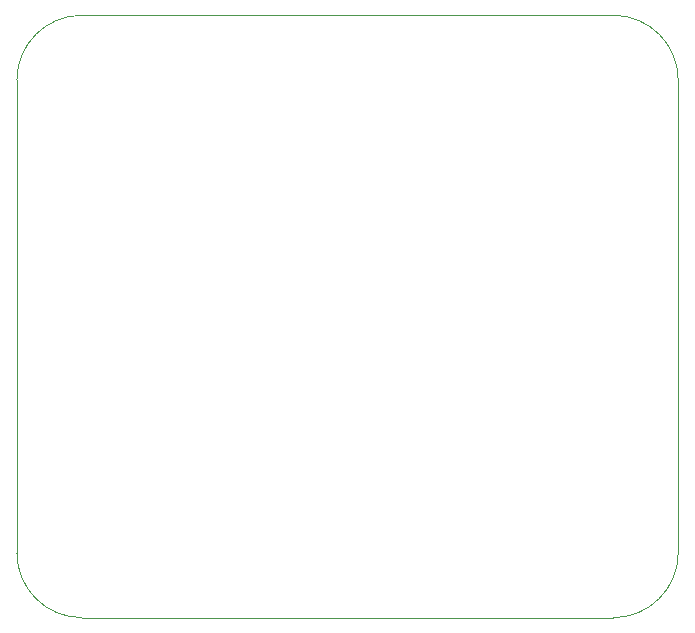
<source format=gbr>
%TF.GenerationSoftware,KiCad,Pcbnew,(5.1.6)-1*%
%TF.CreationDate,2020-09-25T18:38:39+02:00*%
%TF.ProjectId,STM32F4_REV2,53544d33-3246-4345-9f52-4556322e6b69,rev?*%
%TF.SameCoordinates,Original*%
%TF.FileFunction,Profile,NP*%
%FSLAX46Y46*%
G04 Gerber Fmt 4.6, Leading zero omitted, Abs format (unit mm)*
G04 Created by KiCad (PCBNEW (5.1.6)-1) date 2020-09-25 18:38:39*
%MOMM*%
%LPD*%
G01*
G04 APERTURE LIST*
%TA.AperFunction,Profile*%
%ADD10C,0.050000*%
%TD*%
G04 APERTURE END LIST*
D10*
X30750000Y-41000000D02*
G75*
G02*
X36250000Y-35500000I5500000J0D01*
G01*
X36250000Y-86500000D02*
G75*
G02*
X30750000Y-81000000I0J5500000D01*
G01*
X86750000Y-81000000D02*
G75*
G02*
X81250000Y-86500000I-5500000J0D01*
G01*
X81250000Y-35500000D02*
G75*
G02*
X86750000Y-41000000I0J-5500000D01*
G01*
X30750000Y-81000000D02*
X30750000Y-41000000D01*
X81250000Y-86500000D02*
X36250000Y-86500000D01*
X86750000Y-41000000D02*
X86750000Y-81000000D01*
X36250000Y-35500000D02*
X81250000Y-35500000D01*
M02*

</source>
